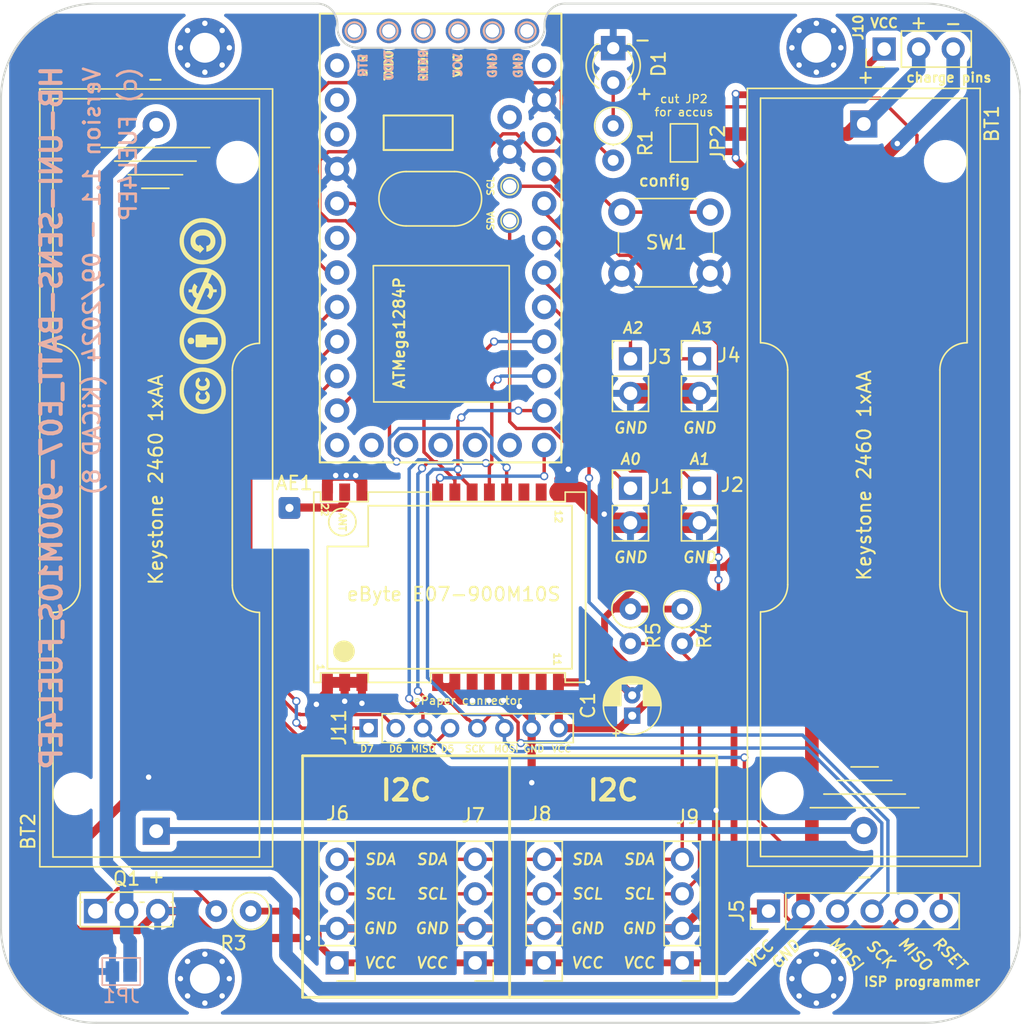
<source format=kicad_pcb>
(kicad_pcb (version 20240108) (generator "pcbnew") (generator_version "8.0")
  (title_block (title "HB-UNI-SEN-BATT_E07-900M10S_FUEL4EP") (date "2024-09-30") (rev "1.1") (company "FUEL4EP"))
  (layers (0 "F.Cu" signal) (31 "B.Cu" signal) (34 "B.Paste" user) (35 "F.Paste" user) (36 "B.SilkS" user "B.Silkscreen") (37 "F.SilkS" user "F.Silkscreen") (38 "B.Mask" user) (39 "F.Mask" user) (44 "Edge.Cuts" user))
  (net 0 "")
  (net 1 "GND")
  (net 2 "Net-(AE1-A)")
  (net 3 "/SS")
  (net 4 "/D2")
  (net 5 "/SCL")
  (net 6 "/SDA")
  (net 7 "/A0")
  (net 8 "/A1")
  (net 9 "/A2")
  (net 10 "/A3")
  (net 11 "/MOSI")
  (net 12 "/SCK")
  (net 13 "/MISO")
  (net 14 "/RSET")
  (net 15 "Net-(D1-A)")
  (net 16 "VCC")
  (net 30 "Net-(Module2-PD4_4)")
  (net 32 "/minusBAT")
  (net 36 "/plusBAT")
  (net 38 "/D5")
  (net 39 "/D6")
  (net 40 "/D7")
  (net 41 "/CONFIG")
  (net 42 "/conBAT")
  (net 49 "Net-(Q1-G)")
  (footprint "LED_THT:LED_D3.0mm" (layer "F.Cu") (at 45.05 -71.72 -90)
    (property "Reference" "D1")
    (property "Value" "LED red 3mm")
  )
  (footprint "Connector_PinHeader_2.54mm:PinHeader_1x02_P2.54mm_Vertical" (layer "F.Cu") (at 46.32 -39.335)
    (property "Reference" "J1")
    (property "Value" "Conn_01x02")
  )
  (footprint "Connector_PinHeader_2.54mm:PinHeader_1x02_P2.54mm_Vertical" (layer "F.Cu") (at 51.4 -39.335)
    (property "Reference" "J2")
    (property "Value" "Conn_01x02")
  )
  (footprint "Connector_PinHeader_2.54mm:PinHeader_1x04_P2.54mm_Vertical" (layer "F.Cu") (at 34.89 -4.41 180)
    (property "Reference" "J7")
    (property "Value" "Conn_01x04")
  )
  (footprint "FUEL4EP:BatteryHolder_Keystone_2460_1xAA" (layer "F.Cu") (at 63.49 -66.14 -90)
    (property "Reference" "BT1")
    (property "Value" "AA")
  )
  (footprint "Connector_PinHeader_2.54mm:PinHeader_1x02_P2.54mm_Vertical" (layer "F.Cu") (at 46.32 -48.86)
    (property "Reference" "J3")
    (property "Value" "Conn_01x02")
  )
  (footprint "Connector_PinHeader_2.54mm:PinHeader_1x02_P2.54mm_Vertical" (layer "F.Cu") (at 51.4 -48.86)
    (property "Reference" "J4")
    (property "Value" "Conn_01x02")
  )
  (footprint "Connector_PinHeader_2.54mm:PinHeader_1x06_P2.54mm_Vertical" (layer "F.Cu") (at 56.48 -8.22 90)
    (property "Reference" "J5")
    (property "Value" "ISP Programmer")
  )
  (footprint "Connector_PinHeader_2.54mm:PinHeader_1x04_P2.54mm_Vertical" (layer "F.Cu") (at 24.73 -4.41 180)
    (property "Reference" "J6")
    (property "Value" "Conn_01x04")
  )
  (footprint "Capacitor_THT:CP_Radial_D4.0mm_P1.50mm" (layer "F.Cu") (at 46.447 -22.5964 90)
    (property "Reference" "C1")
    (property "Value" "10uF")
  )
  (footprint "Resistor_THT:R_Axial_DIN0207_L6.3mm_D2.5mm_P2.54mm_Vertical" (layer "F.Cu") (at 50.13 -30.445 -90)
    (property "Reference" "R4")
    (property "Value" "10K")
  )
  (footprint "Resistor_THT:R_Axial_DIN0207_L6.3mm_D2.5mm_P2.54mm_Vertical" (layer "F.Cu") (at 46.32 -30.445 -90)
    (property "Reference" "R5")
    (property "Value" "10K")
  )
  (footprint "Resistor_THT:R_Axial_DIN0207_L6.3mm_D2.5mm_P2.54mm_Vertical" (layer "F.Cu") (at 45.05 -66.005 -90)
    (property "Reference" "R1")
    (property "Value" "470")
  )
  (footprint "Resistor_THT:R_Axial_DIN0207_L6.3mm_D2.5mm_P2.54mm_Vertical" (layer "F.Cu") (at 18.38 -8.22 180)
    (property "Reference" "R3")
    (property "Value" "100K")
  )
  (footprint "Package_TO_SOT_THT:TO-251-3_Vertical" (layer "F.Cu") (at 6.95 -8.22)
    (property "Reference" "Q1")
    (property "Value" "IRLU024N")
  )
  (footprint "Connector_PinHeader_2.54mm:PinHeader_1x04_P2.54mm_Vertical" (layer "F.Cu") (at 50.13 -4.41 180)
    (property "Reference" "J9")
    (property "Value" "Conn_01x04")
  )
  (footprint "Connector_PinHeader_2.54mm:PinHeader_1x03_P2.54mm_Vertical" (layer "F.Cu") (at 64.989 -71.6565 90)
    (property "Reference" "J10")
    (property "Value" "charge")
  )
  (footprint "FUEL4EP:SolderJumper-2_P1.3mm_Open_Pad1.0x1.5mm" (layer "F.Cu") (at 8.85 -3.775 180)
    (property "Reference" "JP1")
    (property "Value" "NO")
  )
  (footprint "FUEL4EP:Tindie_ArduinoProMiniXL_1284P_V2" (layer "F.Cu") (at 41.24 -41.24 90)
    (property "Reference" "Module2" (hide yes))
    (property "Value" "Tindie_Pro_Mini_XL_V2")
  )
  (footprint "FUEL4EP:eByte_E07-900M10S" (layer "F.Cu") (at 43.018 -39.051 -90)
    (property "Reference" "Module1" (hide yes))
    (property "Value" "E07-900M10S" (hide yes))
  )
  (footprint "Jumper:SolderJumper-2_P1.3mm_Bridged_Pad1.0x1.5mm" (layer "F.Cu") (at 50.257 -64.75 -90)
    (property "Reference" "JP2")
    (property "Value" "cut for accus" (hide yes))
  )
  (footprint "Button_Switch_THT:SW_PUSH_6mm_H5mm" (layer "F.Cu") (at 45.685 -59.655)
    (property "Reference" "SW1")
    (property "Value" "config button")
  )
  (footprint "Connector_PinHeader_2.54mm:PinHeader_1x04_P2.54mm_Vertical" (layer "F.Cu") (at 39.97 -4.41 180)
    (property "Reference" "J8")
    (property "Value" "Conn_01x04")
  )
  (footprint "FUEL4EP:MountingHole_2.2mm_M2_Pad_Via" (layer "F.Cu") (at 60 -71.75)
    (property "Reference" "H2" (hide yes))
    (property "Value" "MountingHole")
  )
  (footprint "FUEL4EP:MountingHole_2.2mm_M2_Pad_Via" (layer "F.Cu") (at 60 -3.25)
    (property "Reference" "H4" (hide yes))
    (property "Value" "MountingHole")
  )
  (footprint "FUEL4EP:MountingHole_2.2mm_M2_Pad_Via" (layer "F.Cu") (at 15 -71.75)
    (property "Reference" "H1" (hide yes))
    (property "Value" "MountingHole")
  )
  (footprint "FUEL4EP:MountingHole_2.2mm_M2_Pad_Via" (layer "F.Cu") (at 15 -3.25)
    (property "Reference" "H3" (hide yes))
    (property "Value" "MountingHole")
  )
  (footprint "FUEL4EP:CC-BY-ND-SA" (layer "F.Cu") (at 14.824 -52 90)
    (property "Reference" "LOGO1" (hide yes))
    (property "Value" "Logo_Open_Hardware_Small" (hide yes))
  )
  (footprint "FUEL4EP:PinPads_1x08_P2.00mm_Vertical" (layer "F.Cu") (at 27.048 -21.682 90)
    (property "Reference" "J11")
    (property "Value" "ePaper connector")
  )
  (footprint "FUEL4EP:BatteryHolder_Keystone_2460_1xAA" (layer "F.Cu") (at 11.42 -14.1 90)
    (property "Reference" "BT2")
    (property "Value" "AA")
  )
  (footprint "FUEL4EP:SolderWire-0.1sqmm_1x01_D0.4mm_OD1mm" (layer "F.Cu") (at 21.2248 -37.8872)
    (property "Reference" "AE1")
    (property "Value" "Antenna")
  )
  (gr_line (start 37.43 -1.87) (end 37.43 -19.65) (stroke (width 0.2)) (layer "F.SilkS"))
  (gr_line (start 22.19 -1.87) (end 37.43 -1.87) (stroke (width 0.2)) (layer "F.SilkS"))
  (gr_line (start 22.19 -19.65) (end 22.19 -1.87) (stroke (width 0.2)) (layer "F.SilkS"))
  (gr_line (start 37.43 -19.65) (end 22.19 -19.65) (stroke (width 0.2)) (layer "F.SilkS"))
  (gr_line (start 37.43 -1.87) (end 52.67 -1.87) (stroke (width 0.2)) (layer "F.SilkS"))
  (gr_line (start 37.43 -19.65) (end 37.43 -1.87) (stroke (width 0.2)) (layer "F.SilkS"))
  (gr_line (start 52.67 -19.65) (end 37.43 -19.65) (stroke (width 0.2)) (layer "F.SilkS"))
  (gr_line (start 52.67 -1.87) (end 52.67 -19.65) (stroke (width 0.2)) (layer "F.SilkS"))
  (gr_arc (start 75 -7) (mid 72.949747 -2.050253) (end 68 0) (stroke (width 0.15)) (layer "Edge.Cuts"))
  (gr_line (start 7 0) (end 68 0) (stroke (width 0.15)) (layer "Edge.Cuts"))
  (gr_line (start 26.25 -71.75) (end 38.5 -71.75) (stroke (width 0.15)) (layer "Edge.Cuts"))
  (gr_line (start 40 -73.5) (end 40 -73.25) (stroke (width 0.15)) (layer "Edge.Cuts"))
  (gr_arc (start 68 -75) (mid 72.949747 -72.949747) (end 75 -68) (stroke (width 0.15)) (layer "Edge.Cuts"))
  (gr_arc (start 26.25 -71.75) (mid 25.18934 -72.18934) (end 24.75 -73.25) (stroke (width 0.15)) (layer "Edge.Cuts"))
  (gr_line (start 75 -7) (end 75 -68) (stroke (width 0.15)) (layer "Edge.Cuts"))
  (gr_line (start 7 -75) (end 23 -75) (stroke (width 0.15)) (layer "Edge.Cuts"))
  (gr_arc (start 40 -73.5) (mid 40.43934 -74.56066) (end 41.5 -75) (stroke (width 0.15)) (layer "Edge.Cuts"))
  (gr_line (start 24.75 -73.5) (end 24.75 -73.25) (stroke (width 0.15)) (layer "Edge.Cuts"))
  (gr_arc (start 40 -73.25) (mid 39.56066 -72.18934) (end 38.5 -71.75) (stroke (width 0.15)) (layer "Edge.Cuts"))
  (gr_line (start 0 -68) (end 0 -7) (stroke (width 0.15)) (layer "Edge.Cuts"))
  (gr_arc (start 23.25 -75) (mid 24.31066 -74.56066) (end 24.75 -73.5) (stroke (width 0.15)) (layer "Edge.Cuts"))
  (gr_arc (start 7 0) (mid 2.050253 -2.050253) (end 0 -7) (stroke (width 0.15)) (layer "Edge.Cuts"))
  (gr_line (start 41.5 -75) (end 68 -75) (stroke (width 0.15)) (layer "Edge.Cuts"))
  (gr_line (start 23 -75) (end 23.25 -75) (stroke (width 0.15)) (layer "Edge.Cuts"))
  (gr_arc (start 0 -68) (mid 2.050253 -72.949747) (end 7 -75) (stroke (width 0.15)) (layer "Edge.Cuts"))
  (gr_text "(c) FUEL4EP\n" (at 9.363 -70.45 90) (layer "B.SilkS") (effects (font (size 1.2 1.2) (thickness 0.2)) (justify left mirror)))
  (gr_text "HB-UNI-SENS-BATT_E07-900M10S_FUEL4EP\n\n" (at 4.918 -70.577 90) (layer "B.SilkS") (effects (font (size 1.5 1.5) (thickness 0.3)) (justify left mirror)))
  (gr_text "Version 1.1 - 09/2024 (KiCAD 8)\n" (at 6.696 -70.45 90) (layer "B.SilkS") (effects (font (size 1.2 1.2) (thickness 0.2)) (justify left mirror)))
  (gr_text "VCC" (at 31.715 -4.41 0) (layer "F.SilkS") (effects (font (size 0.8 0.8) (thickness 0.15) (italic yes))))
  (gr_text "GND" (at 31.715 -6.95 0) (layer "F.SilkS") (effects (font (size 0.8 0.8) (thickness 0.15) (italic yes))))
  (gr_text "SCL" (at 31.715 -9.49 0) (layer "F.SilkS") (effects (font (size 0.8 0.8) (thickness 0.15) (italic yes))))
  (gr_text "SDA" (at 31.715 -12.03 0) (layer "F.SilkS") (effects (font (size 0.8 0.8) (thickness 0.15) (italic yes))))
  (gr_text "SDA" (at 43.145 -12.03 0) (layer "F.SilkS") (effects (font (size 0.8 0.8) (thickness 0.15) (italic yes))))
  (gr_text "SCL" (at 43.145 -9.49 0) (layer "F.SilkS") (effects (font (size 0.8 0.8) (thickness 0.15) (italic yes))))
  (gr_text "GND" (at 43.145 -6.95 0) (layer "F.SilkS") (effects (font (size 0.8 0.8) (thickness 0.15) (italic yes))))
  (gr_text "MISO" (at 67.275 -5.045 315) (layer "F.SilkS") (effects (font (size 0.8 0.8) (thickness 0.15) (italic yes))))
  (gr_text "SCL" (at 27.905 -9.49 0) (layer "F.SilkS") (effects (font (size 0.8 0.8) (thickness 0.15) (italic yes))))
  (gr_text "ePaper connector" (at 34.3566 -23.714 0) (layer "F.SilkS") (effects (font (size 0.6 0.6) (thickness 0.1))))
  (gr_text "VCC" (at 64.989 -73.5615 0) (layer "F.SilkS") (effects (font (size 0.7 0.7))))
  (gr_text "VCC" (at 43.145 -4.41 0) (layer "F.SilkS") (effects (font (size 0.8 0.8) (thickness 0.15) (italic yes))))
  (gr_text "+\n" (at 67.529 -73.625 0) (layer "F.SilkS") (effects (font (size 1 1))))
  (gr_text "-\n" (at 47.209 -72.355 0) (layer "F.SilkS") (effects (font (size 1 1))))
  (gr_text "A1" (at 51.4 -41.48 0) (layer "F.SilkS") (effects (font (size 0.8 0.8) (thickness 0.15) (italic yes))))
  (gr_text "SDA" (at 46.955 -12.03 0) (layer "F.SilkS") (effects (font (size 0.8 0.8) (thickness 0.15) (italic yes))))
  (gr_text "MISO" (at 31.08 -20.158 0) (layer "F.SilkS") (effects (font (size 0.5 0.5) (thickness 0.1))))
  (gr_text "cut JP2\nfor accus" (at 50.25 -67.5 0) (layer "F.SilkS") (effects (font (size 0.6 0.6) (thickness 0.1))))
  (gr_text "MOSI" (at 37.176 -20.158 0) (layer "F.SilkS") (effects (font (size 0.5 0.5) (thickness 0.1))))
  (gr_text "+" (at 47.336 -68.418 0) (layer "F.SilkS") (effects (font (size 1 1))))
  (gr_text "charge pins" (at 69.7515 -69.561 0) (layer "F.SilkS") (effects (font (size 0.7 0.7))))
  (gr_text "SCK" (at 64.735 -5.045 315) (layer "F.SilkS") (effects (font (size 0.8 0.8) (thickness 0.15) (italic yes))))
  (gr_text "VCC" (at 46.955 -4.41 0) (layer "F.SilkS") (effects (font (size 0.8 0.8) (thickness 0.15) (italic yes))))
  (gr_text "D6" (at 29.048 -20.158 0) (layer "F.SilkS") (effects (font (size 0.5 0.5) (thickness 0.1))))
  (gr_text "GND" (at 46.32 -34.255 0) (layer "F.SilkS") (effects (font (size 0.8 0.8) (thickness 0.15) (italic yes))))
  (gr_text "-\n" (at 70.069 -73.5615 0) (layer "F.SilkS") (effects (font (size 1 1))))
  (gr_text "D7" (at 26.9271 -20.158 0) (layer "F.SilkS") (effects (font (size 0.5 0.5) (thickness 0.1))))
  (gr_text "RSET" (at 69.815 -5.045 315) (layer "F.SilkS") (effects (font (size 0.8 0.8) (thickness 0.15) (italic yes))))
  (gr_text "GND" (at 27.905 -6.95 0) (layer "F.SilkS") (effects (font (size 0.8 0.8) (thickness 0.15) (italic yes))))
  (gr_text "GND" (at 46.955 -6.95 0) (layer "F.SilkS") (effects (font (size 0.8 0.8) (thickness 0.15) (italic yes))))
  (gr_text "GND" (at 46.32 -43.78 0) (layer "F.SilkS") (effects (font (size 0.8 0.8) (thickness 0.15) (italic yes))))
  (gr_text "A0" (at 46.32 -41.48 0) (layer "F.SilkS") (effects (font (size 0.8 0.8) (thickness 0.15) (italic yes))))
  (gr_text "GND" (at 39.208 -20.158 0) (layer "F.SilkS") (effects (font (size 0.5 0.5) (thickness 0.1))))
  (gr_text "VCC" (at 41.24 -20.158 0) (layer "F.SilkS") (effects (font (size 0.5 0.5) (thickness 0.1))))
  (gr_text "GND" (at 51.4 -34.255 0) (layer "F.SilkS") (effects (font (size 0.8 0.8) (thickness 0.15) (italic yes))))
  (gr_text "SDA" (at 27.905 -12.03 0) (layer "F.SilkS") (effects (font (size 0.8 0.8) (thickness 0.15) (italic yes))))
  (gr_text "VCC" (at 27.905 -4.41 0) (layer "F.SilkS") (effects (font (size 0.8 0.8) (thickness 0.15) (italic yes))))
  (gr_text "SCK" (at 34.89 -20.158 0) (layer "F.SilkS") (effects (font (size 0.5 0.5) (thickness 0.1))))
  (gr_text "GND" (at 51.4 -43.78 0) (layer "F.SilkS") (effects (font (size 0.8 0.8) (thickness 0.15) (italic yes))))
  (gr_text "A3" (at 51.54 -51.1 0) (layer "F.SilkS") (effects (font (size 0.8 0.8) (thickness 0.15) (italic yes))))
  (gr_text "SCL" (at 46.955 -9.49 0) (layer "F.SilkS") (effects (font (size 0.8 0.8) (thickness 0.15) (italic yes))))
  (gr_text "MOSI" (at 62.195 -5.045 315) (layer "F.SilkS") (effects (font (size 0.8 0.8) (thickness 0.15) (italic yes))))
  (gr_text "A2" (at 46.49 -51.13 0) (layer "F.SilkS") (effects (font (size 0.8 0.8) (thickness 0.15) (italic yes))))
  (gr_text "D5" (at 32.858 -20.158 0) (layer "F.SilkS") (effects (font (size 0.5 0.5) (thickness 0.1))))
  (gr_text "config" (at 48.8346 -61.9664 0) (layer "F.SilkS") (effects (font (size 0.8128 0.8128) (thickness 0.1524))))
  (gr_text "I2C" (at 45.05 -17.11 0) (layer "F.SilkS") (effects (font (size 1.5 1.5) (thickness 0.3))))
  (gr_text "I2C" (at 29.81 -17.11 0) (layer "F.SilkS") (effects (font (size 1.5 1.5) (thickness 0.3))))
  (gr_text "ISP programmer" (at 67.783 -3.0257 0) (layer "F.SilkS") (effects (font (size 0.7 0.7))))
  (gr_text "GND" (at 57.75 -5.045 45) (layer "F.SilkS") (effects (font (size 0.8 0.8) (thickness 0.15) (italic yes))))
  (gr_text "VCC" (at 55.845 -5.045 45) (layer "F.SilkS") (effects (font (size 0.8 0.8) (thickness 0.15) (italic yes))))
  (segment (start 46.32 -36.795) (end 44.8214 -36.795) (width 1.5) (layer "F.Cu") (net 1))
  (segment (start 41.018 -39.051) (end 41.018 -40.002) (width 0.6) (layer "F.Cu") (net 1))
  (segment (start 32.4744 -24.7046) (end 32.128 -25.051) (width 0.6) (layer "F.Cu") (net 1))
  (segment (start 32.824192 -24.7046) (end 33.814792 -23.714) (width 0.6) (layer "F.Cu") (net 1))
  (segment (start 34.89 -6.95) (end 39.97 -6.95) (width 0.6) (layer "F.Cu") (net 1))
  (segment (start 50.13 -6.95) (end 52.6192 -9.4392) (width 0.6) (layer "F.Cu") (net 1))
  (segment (start 24.018 -25.051) (end 24.018 -24.2466) (width 0.8) (layer "F.Cu") (net 1))
  (segment (start 26.558 -39.829298) (end 26.101798 -40.2855) (width 0.8) (layer "F.Cu") (net 1))
  (segment (start 4.1052 -12.9952) (end 5.7816 -12.9952) (width 0.6) (layer "F.Cu") (net 1))
  (segment (start 10.13 -6.82) (end 5.59125 -6.82) (width 0.6) (layer "F.Cu") (net 1))
  (segment (start 24.018 -39.051) (end 24.018 -40.016) (width 0.8) (layer "F.Cu") (net 1))
  (segment (start 25.288 -25.051) (end 24.018 -25.051) (width 0.8) (layer "F.Cu") (net 1))
  (segment (start 26.558 -25.051) (end 25.288 -25.051) (width 0.8) (layer "F.Cu") (net 1))
  (segment (start 4.1052 -8.30605) (end 4.1052 -12.9952) (width 0.6) (layer "F.Cu") (net 1))
  (segment (start 44.8214 -36.795) (end 42.5654 -39.051) (width 1.5) (layer "F.Cu") (net 1))
  (segment (start 38.1412 -23.2822) (end 39.048 -22.3754) (width 0.6) (layer "F.Cu") (net 1))
  (segment (start 26.558 -39.051) (end 26.558 -39.829298) (width 0.8) (layer "F.Cu") (net 1))
  (segment (start 39.97 -6.95) (end 50.13 -6.95) (width 0.6) (layer "F.Cu") (net 1))
  (segment (start 13.848377 -8.22) (end 15.829577 -6.2388) (width 0.6) (layer "F.Cu") (net 1))
  (segment (start 39.048 -17.6764) (end 39.0556 -17.6688) (width 0.6) (layer "F.Cu") (net 1))
  (segment (start 39.048 -22.3754) (end 39.048 -21.682) (width 0.6) (layer "F.Cu") (net 1))
  (segment (start 26.558 -23.5116) (end 26.5588 -23.5108) (width 0.6) (layer "F.Cu") (net 1))
  (segment (start 24.018 -24.2466) (end 23.206 -23.4346) (width 0.8) (layer "F.Cu") (net 1))
  (segment (start 32.824192 -24.7046) (end 33.0516 -24.7046) (width 0.6) (layer "F.Cu") (net 1))
  (segment (start 25.288 -25.051) (end 25.288 -23.664) (width 0.6) (layer "F.Cu") (net 1))
  (segment (start 33.0516 -24.7046) (end 33.398 -25.051) (width 0.6) (layer "F.Cu") (net 1))
  (segment (start 26.558 -25.051) (end 26.558 -23.5116) (width 0.6) (layer "F.Cu") (net 1))
  (segment (start 32.824192 -24.7046) (end 32.4744 -24.7046) (width 0.6) (layer "F.Cu") (net 1))
  (segment (start 39.048 -21.682) (end 39.048 -17.6764) (width 0.6) (layer "F.Cu") (net 1))
  (segment (start 46.32 -36.795) (end 51.4 -36.795) (width 1.5) (layer "F.Cu") (net 1))
  (segment (start 5.7816 -12.9952) (end 10.8616 -18.0752) (width 0.6) (layer "F.Cu") (net 1))
  (segment (start 24.2875 -40.2855) (end 25.209002 -40.2855) (width 0.8) (layer "F.Cu") (net 1))
  (segment (start 42.5654 -39.051) (end 41.0975 -39.051) (width 1.5) (layer "F.Cu") (net 1))
  (segment (start 11.53 -8.22) (end 10.13 -6.82) (width 0.6) (layer "F.Cu") (net 1))
  (segment (start 11.53 -8.22) (end 13.848377 -8.22) (width 0.6) (layer "F.Cu") (net 1))
  (segment (start 25.288 -23.664) (end 25.2888 -23.6632) (width 0.6) (layer "F.Cu") (net 1))
  (segment (start 37.7094 -23.714) (end 38.1412 -23.2822) (width 0.6) (layer "F.Cu") (net 1))
  (segment (start 5.59125 -6.82) (end 4.1052 -8.30605) (width 0.6) (layer "F.Cu") (net 1))
  (segment (start 26.101798 -40.2855) (end 25.408998 -40.2855) (width 0.8) (layer "F.Cu") (net 1))
  (segment (start 46.32 -46.32) (end 51.4 -46.32) (width 1.5) (layer "F.Cu") (net 1))
  (segment (start 33.814792 -23.714) (end 37.7094 -23.714) (width 0.6) (layer "F.Cu") (net 1))
  (segment (start 41.018 -40.002) (end 41.748 -40.732) (width 0.6) (layer "F.Cu") (net 1))
  (segment (start 24.018 -40.016) (end 24.2875 -40.2855) (width 0.8) (layer "F.Cu") (net 1))
  (segment (start 15.829577 -6.2388) (end 22.5964 -6.2388) (width 0.6) (layer "F.Cu") (net 1))
  (segment (start 52.6192 -9.4392) (end 52.6192 -15.6368) (width 0.6) (layer "F.Cu") (net 1))
  (segment (start 41.018 -25.051) (end 45.4924 -25.051) (width 0.6) (layer "F.Cu") (net 1))
  (segment (start 24.73 -6.95) (end 34.89 -6.95) (width 0.6) (layer "F.Cu") (net 1))
  (segment (start 45.4924 -25.051) (end 46.447 -24.0964) (width 0.6) (layer "F.Cu") (net 1))
  (via (at 10.8616 -18.0752) (size 0.6) (drill 0.4) (layers "F.Cu" "B.Cu") (net 1))
  (via (at 41.748 -40.732) (size 0.6) (drill 0.4) (layers "F.Cu" "B.Cu") (net 1))
  (via (at 26.1016 -40.2748) (size 0.6) (drill 0.4) (layers "F.Cu" "B.Cu") (net 1))
  (via (at 52.6192 -15.6368) (size 0.6) (drill 0.4) (layers "F.Cu" "B.Cu") (net 1))
  (via (at 22.5964 -6.2388) (size 0.6) (drill 0.4) (layers "F.Cu" "B.Cu") (net 1))
  (via (at 25.408998 -40.2855) (size 0.6) (drill 0.4) (layers "F.Cu" "B.Cu") (net 1))
  (via (at 26.5588 -23.5108) (size 0.6) (drill 0.4) (layers "F.Cu" "B.Cu") (net 1))
  (via (at 34.6868 -23.714) (size 0.6) (drill 0.4) (layers "F.Cu" "B.Cu") (net 1))
  (via (at 25.2888 -23.6632) (size 0.6) (drill 0.4) (layers "F.Cu" "B.Cu") (net 1))
  (via (at 35.906 -23.714) (size 0.6) (drill 0.4) (layers "F.Cu" "B.Cu") (net 1))
  (via (at 36.9728 -23.714) (size 0.6) (drill 0.4) (layers "F.Cu" "B.Cu") (net 1))
  (via (at 44.3896 -37.43) (size 0.6) (drill 0.4) (layers "F.Cu" "B.Cu") (net 1))
  (via (at 43.1704 -25.0348) (size 0.6) (drill 0.4) (layers "F.Cu" "B.Cu") (net 1))
  (via (at 24.6284 -40.2748) (size 0.6) (drill 0.4) (layers "F.Cu" "B.Cu") (net 1))
  (via (at 38.1412 -23.2822) (size 0.6) (drill 0.4) (layers "F.Cu" "B.Cu") (net 1))
  (via (at 39.0556 -17.6688) (size 0.6) (drill 0.4) (layers "F.Cu" "B.Cu") (net 1))
  (via (at 23.206 -23.4346) (size 0.6) (drill 0.4) (layers "F.Cu" "B.Cu") (net 1))
  (segment (start 25.288 -38.286) (end 24.918 -37.916) (width 0.6) (layer "F.Cu") (net 2))
  (segment (start 25.288 -39.051) (end 25.288 -38.286) (width 0.6) (layer "F.Cu") (net 2))
  (segment (start 24.918 -37.916) (end 21.323 -37.916) (width 0.6) (layer "F.Cu") (net 2))
  (segment (start 39.97 -40.224) (end 39.97 -42.51) (width 0.25) (layer "F.Cu") (net 3))
  (segment (start 32.128 -39.081) (end 32.128 -39.929674) (width 0.25) (layer "F.Cu") (net 3))
  (segment (start 32.128 -39.929674) (end 32.305826 -40.1075) (width 0.25) (layer "F.Cu") (net 3))
  (via (at 39.97 -40.224) (size 0.6) (drill 0.4) (layers "F.Cu" "B.Cu") (net 3))
  (via (at 32.305826 -40.1075) (size 0.6) (drill 0.4) (layers "F.Cu" "B.Cu") (net 3))
  (segment (start 33.995177 -40.224) (end 33.878677 -40.1075) (width 0.25) (layer "B.Cu") (net 3))
  (segment (start 33.878677 -40.1075) (end 32.305826 -40.1075) (width 0.25) (layer "B.Cu") (net 3))
  (segment (start 39.97 -40.224) (end 33.995177 -40.224) (width 0.25) (layer "B.Cu") (net 3))
  (segment (start 28.585 -57.707792) (end 26.002792 -60.29) (width 0.25) (layer "F.Cu") (net 4))
  (segment (start 28.585 -41.822632) (end 28.585 -57.707792) (width 0.25) (layer "F.Cu") (net 4))
  (segment (start 37.208 -40.7) (end 37.176 -40.732) (width 0.25) (layer "F.Cu") (net 4))
  (segment (start 29.108798 -41.298834) (end 28.585 -41.822632) (width 0.25) (layer "F.Cu") (net 4))
  (segment (start 37.176 -40.732) (end 37.208 -40.764) (width 0.25) (layer "F.Cu") (net 4))
  (segment (start 26.002792 -60.29) (end 24.73 -60.29) (width 0.25) (layer "F.Cu") (net 4))
  (segment (start 37.208 -40.764) (end 37.208 -40.859) (width 0.25) (layer "F.Cu") (net 4))
  (segment (start 37.208 -39.081) (end 37.208 -40.7) (width 0.25) (layer "F.Cu") (net 4))
  (via (at 29.108798 -41.298834) (size 0.6) (drill 0.4) (layers "F.Cu" "B.Cu") (net 4))
  (via (at 37.208 -40.859) (size 0.6) (drill 0.4) (layers "F.Cu" "B.Cu") (net 4))
  (segment (start 35.397412 -43.735) (end 36.115 -43.017412) (width 0.25) (layer "B.Cu") (net 4))
  (segment (start 29.302588 -43.735) (end 35.397412 -43.735) (width 0.25) (layer "B.Cu") (net 4))
  (segment (start 36.115 -41.952) (end 37.208 -40.859) (width 0.25) (layer "B.Cu") (net 4))
  (segment (start 28.585 -43.017412) (end 29.302588 -43.735) (width 0.25) (layer "B.Cu") (net 4))
  (segment (start 29.108798 -41.298834) (end 28.585 -41.822632) (width 0.25) (layer "B.Cu") (net 4))
  (segment (start 36.115 -43.017412) (end 36.115 -41.952) (width 0.25) (layer "B.Cu") (net 4))
  (segment (start 28.585 -41.822632) (end 28.585 -43.017412) (width 0.25) (layer "B.Cu") (net 4))
  (segment (start 34.89 -9.49) (end 39.97 -9.49) (width 0.25) (layer "F.Cu") (net 5))
  (segment (start 39.97 -9.49) (end 50.13 -9.49) (width 0.25) (layer "F.Cu") (net 5))
  (segment (start 51.4 -26) (end 51.4 -10.76) (width 0.25) (layer "F.Cu") (net 5))
  (segment (start 50.13 -27.27) (end 51.4 -26) (width 0.25) (layer "F.Cu") (net 5))
  (segment (start 50.765 -10.125) (end 51.4 -10.76) (width 0.25) (layer "F.Cu") (net 5))
  (segment (start 45.512412 -56.48) (end 46.233833 -56.48) (width 0.25) (layer "F.Cu") (net 5))
  (segment (start 46.233833 -56.48) (end 52.797 -49.916833) (width 0.25) (layer "F.Cu") (net 5))
  (segment (start 52.797 -30.572) (end 50.13 -27.905) (width 0.25) (layer "F.Cu") (net 5))
  (segment (start 52.797 -49.916833) (end 52.797 -34.255) (width 0.25) (layer "F.Cu") (net 5))
  (segment (start 52.797 -32.604) (end 52.797 -30.572) (width 0.25) (layer "F.Cu") (net 5))
  (segment (start 37.43 -61.56) (end 40.432412 -61.56) (width 0.25) (layer "F.Cu") (net 5))
  (segment (start 24.73 -9.49) (end 34.89 -9.49) (width 0.25) (layer "F.Cu") (net 5))
  (segment (start 50.13 -9.49) (end 50.765 -10.125) (width 0.25) (layer "F.Cu") (net 5))
  (segment (start 40.432412 -61.56) (end 45.512412 -56.48) (width 0.25) (layer "F.Cu") (net 5))
  (via (at 52.797 -32.604) (size 0.6) (drill 0.4) (layers "F.Cu" "B.Cu") (net 5))
  (via (at 52.797 -34.255) (size 0.6) (drill 0.4) (layers "F.Cu" "B.Cu") (net 5))
  (segment (start 52.797 -34.255) (end 52.797 -32.604) (width 0.25) (layer "B.Cu") (net 5))
  (segment (start 39.97 -12.03) (end 50.13 -12.03) (width 0.25) (layer "F.Cu") (net 6))
  (segment (start 48.225 -27.905) (end 50.13 -26) (width 0.25) (layer "F.Cu") (net 6))
  (segment (start 34.89 -12.03) (end 39.97 -12.03) (width 0.25) (layer "F.Cu") (net 6))
  (segment (start 24.73 -12.03) (end 34.89 -12.03) (width 0.25) (layer "F.Cu") (net 6))
  (segment (start 37.43 -44.242412) (end 37.937412 -43.735) (width 0.25) (layer "F.Cu") (net 6))
  (segment (start 37.937412 -43.735) (end 40.477412 -43.735) (width 0.25) (layer "F.Cu") (net 6))
  (segment (start 46.32 -27.905) (end 48.225 -27.905) (width 0.25) (layer "F.Cu") (net 6))
  (segment (start 50.13 -12.03) (end 50.13 -26) (width 0.25) (layer "F.Cu") (net 6))
  (segment (start 43.271816 -40.940596) (end 43.271816 -40.081645) (width 0.25) (layer "F.Cu") (net 6))
  (segment (start 37.43 -59.02) (end 37.43 -44.242412) (width 0.25) (layer "F.Cu") (net 6))
  (segment (start 40.477412 -43.735) (end 43.271816 -40.940596) (width 0.25) (layer "F.Cu") (net 6))
  (via (at 43.271816 -40.081645) (size 0.6) (drill 0.4) (layers "F.Cu" "B.Cu") (net 6))
  (segment (start 43.271816 -30.953184) (end 43.271816 -40.081645) (width 0.25) (layer "B.Cu") (net 6))
  (segment (start 46.32 -27.905) (end 43.271816 -30.953184) (width 0.25) (layer "B.Cu") (net 6))
  (segment (start 41.875 -43.78) (end 46.32 -39.335) (width 0.25) (layer "F.Cu") (net 7))
  (segment (start 41.875 -51.4) (end 41.875 -43.78) (width 0.25) (layer "F.Cu") (net 7))
  (segment (start 41.875 -51.4) (end 40.605 -52.67) (width 0.25) (layer "F.Cu") (net 7))
  (segment (start 42.51 -44.415) (end 46.32 -40.605) (width 0.25) (layer "F.Cu") (net 8))
  (segment (start 46.32 -40.605) (end 50.13 -40.605) (width 0.25) (layer "F.Cu") (net 8))
  (segment (start 50.13 -40.605) (end 51.4 -39.335) (width 0.25) (layer "F.Cu") (net 8))
  (segment (start 42.51 -52.035) (end 39.97 -54.575) (width 0.25) (layer "F.Cu") (net 8))
  (segment (start 42.51 -52.035) (end 42.51 -44.415) (width 0.25) (layer "F.Cu") (net 8))
  (segment (start 41.875 -55.21) (end 46.32 -50.765) (width 0.25) (layer "F.Cu") (net 9))
  (segment (start 46.32 -50.765) (end 46.32 -48.86) (width 0.25) (layer "F.Cu") (net 9))
  (segment (start 40.605 -57.75) (end 41.875 -56.48) (width 0.25) (layer "F.Cu") (net 9))
  (segment (start 41.875 -56.48) (end 41.875 -55.21) (width 0.25) (layer "F.Cu") (net 9))
  (segment (start 42.51 -57.115) (end 39.97 -59.655) (width 0.25) (layer "F.Cu") (net 10))
  (segment (start 42.51 -55.845) (end 49.495 -48.86) (width 0.25) (layer "F.Cu") (net 10))
  (segment (start 49.495 -48.86) (end 51.4 -48.86) (width 0.25) (layer "F.Cu") (net 10))
  (segment (start 42.51 -57.115) (end 42.51 -55.845) (width 0.25) (layer "F.Cu") (net 10))
  (segment (start 39.97 -45.05) (end 38.065 -45.05) (width 0.25) (layer "F.Cu") (net 11))
  (segment (start 33.62 -44.288) (end 33.874 -44.542) (width 0.25) (layer "F.Cu") (net 11))
  (segment (start 34.668 -39.316) (end 33.62 -40.364) (width 0.25) (layer "F.Cu") (net 11))
  (segment (start 33.62 -40.364) (end 33.62 -44.288) (width 0.25) (layer "F.Cu") (net 11))
  (via (at 38.065 -45.05) (size 0.6) (drill 0.4) (layers "F.Cu" "B.Cu") (net 11))
  (via (at 33.874 -44.542) (size 0.6) (drill 0.4) (layers "F.Cu" "B.Cu") (net 11))
  (via (at 33.62 -40.732) (size 0.6) (drill 0.4) (layers "F.Cu" "B.Cu") (net 11))
  (segment (start 64.815 -14.698833) (end 59.297334 -20.216499) (width 0.25) (layer "B.Cu") (net 11))
  (segment (start 31.3848 -40.3002) (end 31.8166 -40.732) (width 0.25) (layer "B.Cu") (net 11))
  (segment (start 37.814644 -19.960762) (end 37.048 -20.727406) (width 0.25) (layer "B.Cu") (net 11))
  (segment (start 36.9017 -22.3297) (end 36.5494 -22.682) (width 0.25) (layer "B.Cu") (net 11))
  (segment (start 31.3848 -25.395104) (end 31.3848 -40.3002) (width 0.25) (layer "B.Cu") (net 11))
  (segment (start 59.297334 -20.216499) (end 38.767809 -20.216499) (width 0.25) (layer "B.Cu") (net 11))
  (segment (start 38.065 -45.05) (end 34.382 -45.05) (width 0.25) (layer "B.Cu") (net 11))
  (segment (start 34.097904 -22.682) (end 31.3848 -25.395104) (width 0.25) (layer "B.Cu") (net 11))
  (segment (start 61.56 -8.22) (end 64.815 -11.475) (width 0.25) (layer "B.Cu") (net 11))
  (segment (start 37.048 -20.727406) (end 37.048 -21.682) (width 0.25) (layer "B.Cu") (net 11))
  (segment (start 38.512072 -19.960762) (end 37.814644 -19.960762) (width 0.25) (layer "B.Cu") (net 11))
  (segment (start 33.747 -44.415) (end 33.874 -44.542) (width 0.25) (layer "B.Cu") (net 11))
  (segment (start 34.382 -45.05) (end 33.747 -44.415) (width 0.25) (layer "B.Cu") (net 11))
  (segment (start 36.5494 -22.682) (end 34.097904 -22.682) (width 0.25) (layer "B.Cu") (net 11))
  (segment (start 64.815 -11.475) (end 64.815 -14.698833) (width 0.25) (layer "B.Cu") (net 11))
  (segment (start 38.767809 -20.216499) (end 38.512072 -19.960762) (width 0.25) (layer "B.Cu") (net 11))
  (segment (start 31.8166 -40.732) (end 33.62 -40.732) (width 0.25) (layer "B.Cu") (net 11))
  (segment (start 31.842588 -41.285) (end 31.125 -42.002588) (width 0.25) (layer "F.Cu") (net 12))
  (segment (start 31.4552 -41.285) (end 31.842588 -41.285) (width 0.25) (layer "F.Cu") (net 12))
  (segment (start 31.125 -44.968) (end 36.287 -50.13) (width 0.25) (layer "F.Cu") (net 12))
  (segment (start 34.4003 -22.3297) (end 34.315914 -22.3297) (width 0.25) (layer "F.Cu") (net 12))
  (segment (start 30.9784 -40.8082) (end 31.4552 -41.285) (width 0.25) (layer "F.Cu") (net 12))
  (segment (start 31.5808 -23.518) (end 30.6736 -24.4252) (width 0.25) (layer "F.Cu") (net 12))
  (segment (start 38.048 -22.096214) (end 38.048 -20.785762) (width 0.25) (layer "F.Cu") (net 12))
  (segment (start 35.048 -21.682) (end 36.048 -22.682) (width 0.25) (layer "F.Cu") (net 12))
  (segment (start 33.398 -38.605) (end 33.398 -39.938) (width 0.25) (layer "F.Cu") (net 12))
  (segment (start 32.051 -41.285) (end 31.842588 -41.285) (width 0.25) (layer "F.Cu") (net 12))
  (segment (start 31.125 -42.002588) (end 31.125 -44.968) (width 0.25) (layer "F.Cu") (net 12))
  (segment (start 36.048 -22.682) (end 37.462214 -22.682) (width 0.25) (layer "F.Cu") (net 12))
  (segment (start 38.048 -20.785762) (end 38.2485 -20.585262) (width 0.25) (layer "F.Cu") (net 12))
  (segment (start 33.127614 -23.518) (end 31.5808 -23.518) (width 0.25) (layer "F.Cu") (net 12))
  (segment (start 35.048 -21.682) (end 34.4003 -22.3297) (width 0.25) (layer "F.Cu") (net 12))
  (segment (start 33.398 -39.938) (end 32.051 -41.285) (width 0.25) (layer "F.Cu") (net 12))
  (segment (start 34.315914 -22.3297) (end 33.127614 -23.518) (width 0.25) (layer "F.Cu") (net 12))
  (segment (start 37.462214 -22.682) (end 38.048 -22.096214) (width 0.25) (layer "F.Cu") (net 12))
  (via (at 30.9784 -40.8082) (size 0.6) (drill 0.4) (layers "F.Cu" "B.Cu") (net 12))
  (via (at 30.6736 -24.4252) (size 0.6) (drill 0.4) (layers "F.Cu" "B.Cu") (net 12))
  (via (at 38.2485 -20.585262) (size 0.6) (drill 0.4) (layers "F.Cu" "B.Cu") (net 12))
  (via (at 36.287 -50.13) (size 0.6) (drill 0.4) (layers "F.Cu" "B.Cu") (net 12))
  (segment (start 30.6736 -24.4252) (end 30.6736 -40.3764) (width 0.25) (layer "B.Cu") (net 12))
  (segment (start 38.329238 -20.666) (end 38.2485 -20.585262) (width 0.25) (layer "B.Cu") (net 12))
  (segment (start 65.265 -9.385) (end 65.265 -14.885229) (width 0.25) (layer "B.Cu") (net 12))
  (segment (start 58.976229 -21.174) (end 41.954214 -21.174) (width 0.25) (layer "B.Cu") (net 12))
  (segment (start 65.265 -14.885229) (end 58.976229 -21.174) (width 0.25) (layer "B.Cu") (net 12))
  (segment (start 30.6736 -40.3764) (end 30.9784 -40.6812) (width 0.25) (layer "B.Cu") (net 12))
  (segment (start 41.954214 -21.174) (end 41.446214 -20.666) (width 0.25) (layer "B.Cu") (net 12))
  (segment (start 41.446214 -20.666) (end 38.329238 -20.666) (width 0.25) (layer "B.Cu") (net 12))
  (segment (start 64.1 -8.22) (end 65.265 -9.385) (width 0.25) (layer "B.Cu") (net 12))
  (segment (start 36.287 -50.13) (end 39.97 -50.13) (width 0.25) (layer "B.Cu") (net 12))
  (segment (start 30.9784 -40.6812) (end 30.9784 -40.8082) (width 0.25) (layer "B.Cu") (net 12))
  (segment (start 36.115 -41.158) (end 36.115 -46.91) (width 0.25) (layer "F.Cu") (net 13))
  (segment (start 36.115 -41.158) (end 35.7086 -41.158) (width 0.25) (layer "F.Cu") (net 13))
  (segment (start 31.048 -22.73) (end 31.048 -21.682) (width 0.25) (layer "F.Cu") (net 13))
  (segment (start 58.533299 -7.045) (end 57.740001 -7.838298) (width 0.25) (layer "F.Cu") (net 13))
  (segment (start 54.702 -15.967) (end 54.702 -19.523) (width 0.25) (layer "F.Cu") (net 13))
  (segment (start 35.938 -40.981) (end 35.938 -39.051) (width 0.25) (layer "F.Cu") (net 13))
  (segment (start 30.0386 -23.8664) (end 30.0386 -23.7394) (width 0.25) (layer "F.Cu") (net 13))
  (segment (start 57.740001 -12.928999) (end 54.702 -15.967) (width 0.25) (layer "F.Cu") (net 13))
  (segment (start 35.7086 -41.158) (end 35.6774 -41.1892) (width 0.25) (layer "F.Cu") (net 13))
  (segment (start 36.115 -41.158) (end 35.938 -40.981) (width 0.25) (layer "F.Cu") (net 13))
  (segment (start 57.740001 -7.838298) (end 57.740001 -12.928999) (width 0.25) (layer "F.Cu") (net 13))
  (segment (start 66.64 -8.22) (end 65.465 -7.045) (width 0.25) (layer "F.Cu") (net 13))
  (segment (start 30.0386 -23.7394) (end 31.048 -22.73) (width 0.25) (layer "F.Cu") (net 13))
  (segment (start 36.115 -46.91) (end 36.541 -47.336) (width 0.25) (layer "F.Cu") (net 13))
  (segment (start 65.465 -7.045) (end 58.533299 -7.045) (width 0.25) (layer "F.Cu") (net 13))
  (via (at 35.6774 -41.1892) (size 0.6) (drill 0.4) (layers "F.Cu" "B.Cu") (net 13))
  (via (at 54.702 -19.523) (size 0.6) (drill 0.4) (layers "F.Cu" "B.Cu") (net 13))
  (via (at 30.0386 -23.8664) (size 0.6) (drill 0.4) (layers "F.Cu" "B.Cu") (net 13))
  (via (at 36.541 -47.336) (size 0.6) (drill 0.4) (layers "F.Cu" "B.Cu") (net 13))
  (segment (start 35.6774 -41.1892) (end 34.045977 -41.1892) (width 0.25) (layer "B.Cu") (net 13))
  (segment (start 33.361323 -41.3565) (end 33.208923 -41.2041) (width 0.25) (layer "B.Cu") (net 13))
  (segment (start 33.218739 -19.511261) (end 31.048 -21.682) (width 0.25) (layer "B.Cu") (net 13))
  (segment (start 36.541 -47.336) (end 36.795 -47.59) (width 0.25) (layer "B.Cu") (net 13))
  (segment (start 36.795 -47.59) (end 39.97 -47.59) (width 0.25) (layer "B.Cu") (net 13))
  (segment (start 30.0386 -40.751577) (end 30.0386 -23.8664) (width 0.25) (layer "B.Cu") (net 13))
  (segment (start 33.208923 -41.2041) (end 31.465677 -41.2041) (width 0.25) (layer "B.Cu") (net 13))
  (segment (start 38.698261 -19.511261) (end 33.218739 -19.511261) (width 0.25) (layer "B.Cu") (net 13))
  (segment (start 38.71 -19.523) (end 38.698261 -19.511261) (width 0.25) (layer "B.Cu") (net 13))
  (segment (start 34.045977 -41.1892) (end 33.878677 -41.3565) (width 0.25) (layer "B.Cu") (net 13))
  (segment (start 31.465677 -41.2041) (end 31.237077 -41.4327) (width 0.25) (layer "B.Cu") (net 13))
  (segment (start 30.719723 -41.4327) (end 30.0386 -40.751577) (width 0.25) (layer "B.Cu") (net 13))
  (segment (start 31.237077 -41.4327) (end 30.719723 -41.4327) (width 0.25) (layer "B.Cu") (net 13))
  (segment (start 54.702 -19.523) (end 38.71 -19.523) (width 0.25) (layer "B.Cu") (net 13))
  (segment (start 33.878677 -41.3565) (end 33.361323 -41.3565) (width 0.25) (layer "B.Cu") (net 13))
  (segment (start 64.6715 -68.037) (end 62.449 -68.037) (width 0.25) (layer "F.Cu") (net 14))
  (segment (start 69.18 -8.22) (end 69.18 -31.7531) (width 0.25) (layer "F.Cu") (net 14))
  (segment (start 61.814 -67.402) (end 48.225 -67.402) (width 0.25) (layer "F.Cu") (net 14))
  (segment (start 47.336 -61.56) (end 44.415 -61.56) (width 0.25) (layer "F.Cu") (net 14))
  (segment (start 67.402 -65.3065) (end 64.6715 -68.037) (width 0.25) (layer "F.Cu") (net 14))
  (segment (start 48.225 -67.402) (end 47.971 -67.148) (width 0.25) (layer "F.Cu") (net 14))
  (segment (start 47.971 -62.195) (end 47.336 -61.56) (width 0.25) (layer "F.Cu") (net 14))
  (segment (start 67.402 -33.5311) (end 67.402 -65.3065) (width 0.25) (layer "F.Cu") (net 14))
  (segment (start 62.449 -68.037) (end 61.814 -67.402) (width 0.25) (layer "F.Cu") (net 14))
  (segment (start 69.18 -31.7531) (end 67.402 -33.5311) (width 0.25) (layer "F.Cu") (net 14))
  (segment (start 44.415 -61.56) (end 40.605 -65.37) (width 0.25) (layer "F.Cu") (net 14))
  (segment (start 47.971 -67.148) (end 47.971 -62.195) (width 0.25) (layer "F.Cu") (net 14))
  (segment (start 45.05 -66.005) (end 45.05 -69.18) (width 0.25) (layer "F.Cu") (net 15))
  (segment (start 34.89 -4.41) (end 39.97 -4.41) (width 0.5) (layer "F.Cu") (net 16))
  (segment (start 39.97 -4.41) (end 50.13 -4.41) (width 0.5) (layer "F.Cu") (net 16))
  (segment (start 53.94 -34.255) (end 53.94 -57.04) (width 0.5) (layer "F.Cu") (net 16))
  (segment (start 45.05 -30.445) (end 44.415 -29.81) (width 0.5) (layer "F.Cu") (net 16))
  (segment (start 44.415 -29.81) (end 44.415 -27.905) (width 0.5) (layer "F.Cu") (net 16))
  (segment (start 54.575 -8.22) (end 56.48 -8.22) (width 0.5) (layer "F.Cu") (net 16))
  (segment (start 45.05 -30.445) (end 48.1105 -33.5055) (width 0.5) (layer "F.Cu") (net 16))
  (segment (start 54.067 -64.1) (end 54.067 -63.6555) (width 0.5) (layer "F.Cu") (net 16))
  (segment (start 41.048 -23.398) (end 41.048 -21.682) (width 0.6) (layer "F.Cu") (net 16))
  (segment (start 46.471799 -57.054501) (end 45.750378 -57.054501) (width 0.5) (layer "F.Cu") (net 16))
  (segment (start 45.5326 -21.682) (end 46.447 -22.5964) (width 0.6) (layer "F.Cu") (net 16))
  (segment (start 53.107454 -33.5055) (end 53.221954 -33.62) (width 0.5) (layer "F.Cu") (net 16))
  (segment (start 52.16 -4.41) (end 50.13 -4.41) (width 0.5) (layer "F.Cu") (net 16))
  (segment (start 40.53 -23.916) (end 41.048 -23.398) (width 0.6) (layer "F.Cu") (net 16))
  (segment (start 23.345901 -6.549253) (end 23.345901 -5.794099) (width 0.5) (layer "F.Cu") (net 16))
  (segment (start 38.478 -24.286) (end 38.848 -23.916) (width 0.6) (layer "F.Cu") (net 16))
  (segment (start 40.670378 -62.134501) (end 40.665499 -62.134501) (width 0.5) (layer "F.Cu") (net 16))
  (segment (start 48.1105 -33.5055) (end 53.107454 -33.5055) (width 0.5) (layer "F.Cu") (net 16))
  (segment (start 53.94 -32.985) (end 53.94 -8.855) (width 0.5) (layer "F.Cu") (net 16))
  (segment (start 46.4863 -57.04) (end 46.471799 -57.054501) (width 0.5) (layer "F.Cu") (net 16))
  (segment (start 45.750378 -57.054501) (end 40.670378 -62.134501) (width 0.5) (layer "F.Cu") (net 16))
  (segment (start 38.478 -24.642) (end 38.478 -25.081) (width 0.5) (layer "F.Cu") (net 16))
  (segment (start 44.415 -27.905) (end 47.547 -24.773) (width 0.6) (layer "F.Cu") (net 16))
  (segment (start 61.6235 -68.291) (end 54.067 -68.291) (width 0.5) (layer "F.Cu") (net 16))
  (segment (start 38.478 -25.051) (end 38.478 -24.286) (width 0.6) (layer "F.Cu") (net 16))
  (segment (start 38.848 -23.916) (end 40.53 -23.916) (width 0.6) (layer "F.Cu") (net 16))
  (segment (start 53.305 -33.62) (end 53.94 -32.985) (width 0.5) (layer "F.Cu") (net 16))
  (segment (start 53.94 -6.19) (end 52.16 -4.41) (width 0.5) (layer "F.Cu") (net 16))
  (segment (start 40.665499 -62.134501) (end 39.97 -62.83) (width 0.5) (layer "F.Cu") (net 16))
  (segment (start 53.94 -57.04) (end 46.4863 -57.04) (width 0.5) (layer "F.Cu") (net 16))
  (segment (start 64.989 -71.6565) (end 61.6235 -68.291) (width 0.5) (layer "F.Cu") (net 16))
  (segment (start 24.73 -4.41) (end 34.89 -4.41) (width 0.5) (layer "F.Cu") (net 16))
  (segment (start 23.345901 -5.794099) (end 24.73 -4.41) (width 0.5) (layer "F.Cu") (net 16))
  (segment (start 54.067 -68.291) (end 54.067 -68.3545) (width 0.5) (layer "F.Cu") (net 16))
  (segment (start 45.05 -30.445) (end 46.32 -30.445) (width 0.5) (layer "F.Cu") (net 16))
  (segment (start 54.575 -57.675) (end 53.94 -57.04) (width 0.5) (layer "F.Cu") (net 16))
  (segment (start 21.675154 -8.22) (end 23.345901 -6.549253) (width 0.5) (layer "F.Cu") (net 16))
  (segment (start 18.38 -8.22) (end 21.675154 -8.22) (width 0.5) (layer "F.Cu") (net 16))
  (segment (start 54.575 -63.0205) (end 54.575 -57.675) (width 0.5) (layer "F.Cu") (net 16))
  (segment (start 53.94 -8.855) (end 53.94 -6.19) (width 0.5) (layer "F.Cu") (net 16))
  (segment (start 47.547 -24.773) (end 47.547 -23.640765) (width 0.6) (layer "F.Cu") (net 16))
  (segment (start 41.048 -21.682) (end 45.5326 -21.682) (width 0.6) (layer "F.Cu") (net 16))
  (segment (start 53.94 -8.855) (end 54.575 -8.22) (width 0.5) (layer "F.Cu") (net 16))
  (segment (start 54.067 -63.5285) (end 54.575 -63.0205) (width 0.5) (layer "F.Cu") (net 16))
  (segment (start 54.067 -64.1) (end 54.067 -63.5285) (width 0.5) (layer "F.Cu") (net 16))
  (segment (start 53.221954 -33.62) (end 53.305 -33.62) (width 0.5) (layer "F.Cu") (net 16))
  (segment (start 46.32 -30.445) (end 50.13 -30.445) (width 0.5) (layer "F.Cu") (net 16))
  (segment (start 50.257 -64.1) (end 54.067 -64.1) (width 0.5) (layer "F.Cu") (net 16))
  (segment (start 47.547 -23.640765) (end 46.502635 -22.5964) (width 0.6) (layer "F.Cu") (net 16))
  (segment (start 53.305 -33.62) (end 53.94 -34.255) (width 0.5) (layer "F.Cu") (net 16))
  (via (at 54.067 -63.6555) (size 0.6) (drill 0.4) (layers "F.Cu" "B.Cu") (net 16))
  (via (at 54.067 -68.3545) (size 0.6) (drill 0.4) (layers "F.Cu" "B.Cu") (net 16))
  (segment (start 54.067 -68.3545) (end 54.067 -63.6555) (width 0.5) (layer "B.Cu") (net 16))
  (segment (start 41.24 -68.545) (end 40.605 -69.18) (width 0.25) (layer "F.Cu") (net 30))
  (segment (start 45.05 -63.465) (end 41.24 -67.275) (width 0.25) (layer "F.Cu") (net 30))
  (segment (start 24.095 -69.18) (end 22.19 -67.275) (width 0.25) (layer "F.Cu") (net 30))
  (segment (start 40.605 -69.18) (end 24.095 -69.18) (width 0.25) (layer "F.Cu") (net 30))
  (segment (start 22.19 -57.115) (end 24.095 -55.21) (width 0.25) (layer "F.Cu") (net 30))
  (segment (start 41.24 -67.275) (end 41.24 -68.545) (width 0.25) (layer "F.Cu") (net 30))
  (segment (start 22.19 -67.275) (end 22.19 -57.115) (width 0.25) (layer "F.Cu") (net 30))
  (segment (start 59.6677 -58.41486) (end 65.9542 -64.70136) (width 1) (layer "F.Cu") (net 32))
  (segment (start 59.02 -8.22) (end 59.02 -12.196002) (width 1) (layer "F.Cu") (net 32))
  (segment (start 59.6677 -12.843702) (end 59.6677 -58.41486) (width 1) (layer "F.Cu") (net 32))
  (segment (start 59.02 -12.196002) (end 59.6677 -12.843702) (width 1) (layer "F.Cu") (net 32))
  (via (at 65.9542 -64.70136) (size 1) (drill 0.4) (layers "F.Cu" "B.Cu") (net 32))
  (segment (start 23.46 -2.505) (end 53.305 -2.505) (width 1) (layer "B.Cu") (net 32))
  (segment (start 9.5 -3.775) (end 9.5 -6) (width 1) (layer "B.Cu") (net 32))
  (segment (start 19.75 -10.25) (end 9.25 -10.25) (width 1) (layer "B.Cu") (net 32))
  (segment (start 9.5 -6) (end 9.25 -6.25) (width 1) (layer "B.Cu") (net 32))
  (segment (start 7.75 -62.3473) (end 11.4839 -66.0812) (width 1) (layer "B.Cu") (net 32))
  (segment (start 20.965 -9.035) (end 19.75 -10.25) (width 1) (layer "B.Cu") (net 32))
  (segment (start 70.069 -68.81616) (end 65.9542 -64.70136) (width 1) (layer "B.Cu") (net 32))
  (segment (start 9.25 -10.25) (end 9.24 -10.26) (width 1) (layer "B.Cu") (net 32))
  (segment (start 7.75 -11.75) (end 7.75 -62.3473) (width 1) (layer "B.Cu") (net 32))
  (segment (start 20.965 -5) (end 20.965 -9.035) (width 1) (layer "B.Cu") (net 32))
  (segment (start 53.305 -2.505) (end 53.725002 -2.505) (width 1) (layer "B.Cu") (net 32))
  (segment (start 20.965 -5) (end 23.46 -2.505) (width 1) (layer "B.Cu") (net 32))
  (segment (start 9.25 -8.16665) (end 9.25 -6.25) (width 1) (layer "B.Cu") (net 32))
  (segment (start 9.24 -8.22) (end 9.24 -10.26) (width 1) (layer "B.Cu") (net 32))
  (segment (start 70.069 -71.6565) (end 70.069 -68.81616) (width 1) (layer "B.Cu") (net 32))
  (segment (start 53.725002 -2.505) (end 59.1216 -7.901598) (width 1) (layer "B.Cu") (net 32))
  (segment (start 9.24 -10.26) (end 7.75 -11.75) (width 1) (layer "B.Cu") (net 32))
  (segment (start 50.257 -65.4) (end 62.3 -65.4) (width 1) (layer "F.Cu") (net 36))
  (segment (start 62.3 -65.4) (end 63.5 -66.6) (width 1) (layer "F.Cu") (net 36))
  (segment (start 67.529 -70.1325) (end 63.592 -66.1955) (width 1) (layer "B.Cu") (net 36))
  (segment (start 67.529 -71.6565) (end 67.529 -70.1325) (width 1) (layer "B.Cu") (net 36))
  (segment (start 17.480998 -25.457025) (end 23.128023 -19.81) (width 0.25) (layer "F.Cu") (net 38))
  (segment (start 23.128023 -19.81) (end 31.176 -19.81) (width 0.25) (layer "F.Cu") (net 38))
  (segment (start 31.176 -19.81) (end 33.048 -21.682) (width 0.25) (layer "F.Cu") (net 38))
  (segment (start 24.75 -52.8) (end 17.480998 -45.530998) (width 0.25) (layer "F.Cu") (net 38))
  (segment (start 17.480998 -45.530998) (end 17.480998 -25.457025) (width 0.25) (layer "F.Cu") (net 38))
  (segment (start 17.930499 -26.582324) (end 17.930499 -43.330499) (width 0.25) (layer "F.Cu") (net 39))
  (segment (start 21.991477 -22.7129) (end 21.799923 -22.7129) (width 0.25) (layer "F.Cu") (net 39))
  (segment (start 21.799923 -22.7129) (end 17.930499 -26.582324) (width 0.25) (layer "F.Cu") (net 39))
  (segment (start 28.048 -22.682) (end 22.022377 -22.682) (width 0.25) (layer "F.Cu") (net 39))
  (segment (start 22.022377 -22.682) (end 21.991477 -22.7129) (width 0.25) (layer "F.Cu") (net 39))
  (segment (start 17.930499 -43.330499) (end 24.73 -50.13) (width 0.25) (layer "F.Cu") (net 39))
  (segment (start 29.048 -21.682) (end 28.048 -22.682) (width 0.25) (layer "F.Cu") (net 39))
  (segment (start 18.38 -41.24) (end 24.73 -47.59) (width 0.25) (layer "F.Cu") (net 40))
  (segment (start 21.7328 -22.0884) (end 22.1392 -21.682) (width 0.25) (layer "F.Cu") (net 40))
  (segment (start 22.1392 -21.682) (end 27.048 -21.682) (width 0.25) (layer "F.Cu") (net 40))
  (segment (start 18.38 -27.016) (end 18.38 -41.24) (width 0.25) (layer "F.Cu") (net 40))
  (segment (start 18.38 -27.016) (end 21.7328 -23.6632) (width 0.25) (layer "F.Cu") (net 40))
  (via (at 21.7328 -23.6632) (size 0.6) (drill 0.4) (layers "F.Cu" "B.Cu") (net 40))
  (via (at 21.7328 -22.0884) (size 0.6) (drill 0.4) (layers "F.Cu" "B.Cu") (net 40))
  (segment (start 21.7328 -23.6632) (end 21.7328 -22.0884) (width 0.25) (layer "B.Cu") (net 40))
  (segment (start 37.928003 -65.414999) (end 36.931997 -65.414999) (width 0.25) (layer "F.Cu") (net 41))
  (segment (start 23.46 -59.655) (end 23.46 -63.465) (width 0.25) (layer "F.Cu") (net 41))
  (segment (start 24.095 -64.1) (end 35.616998 -64.1) (width 0.25) (layer "F.Cu") (net 41))
  (segment (start 23.46 -63.465) (end 24.095 -64.1) (width 0.25) (layer "F.Cu") (net 41))
  (segment (start 24.095 -59.02) (end 23.46 -59.655) (width 0.25) (layer "F.Cu") (net 41))
  (segment (start 36.931997 -65.414999) (end 35.616998 -64.1) (width 0.25) (layer "F.Cu") (net 41))
  (segment (start 45.685 -59.655) (end 52.185 -59.655) (width 0.25) (layer "F.Cu") (net 41))
  (segment (start 26.635 -57.75) (end 25.365 -59.02) (width 0.25) (layer "F.Cu") (net 41))
  (segment (start 26.635 -46.955) (end 26.635 -57.75) (width 0.25) (layer "F.Cu") (net 41))
  (segment (start 24.73 -45.05) (end 26.635 -46.955) (width 0.25) (layer "F.Cu") (net 41))
  (segment (start 45.345 -59.655) (end 40.855001 -64.144999) (width 0.25) (layer "F.Cu") (net 41))
  (segment (start 25.365 -59.02) (end 24.095 -59.02) (width 0.25) (layer "F.Cu") (net 41))
  (segment (start 39.198003 -64.144999) (end 37.928003 -65.414999) (width 0.25) (layer "F.Cu") (net 41))
  (segment (start 40.855001 -64.144999) (end 39.198003 -64.144999) (width 0.25) (layer "F.Cu") (net 41))
  (segment (start 63.49 -14.15) (end 11.4068 -14.15) (width 0.5) (layer "B.Cu") (net 42))
  (segment (start 14.189 -9.871) (end 8.601 -9.871) (width 0.25) (layer "F.Cu") (net 49))
  (segment (start 15.84 -8.22) (end 14.189 -9.871) (width 0.25) (layer "F.Cu") (net 49))
  (segment (start 8.601 -9.871) (end 6.95 -8.22) (width 0.25) (layer "F.Cu") (net 49))
  (zone (net 1) (net_name "GND") (layer "B.Cu") (connect_pads (clearance 0.508)) (min_thickness 0.254) (fill yes (thermal_gap 0.508) (thermal_bridge_width 0.508))
    (polygon (pts (xy 74.26 -0.6) (xy 0.6 -0.6) (xy 0.6 -74.26) (xy 74.26 -74.26)))
  )
  (zone (net 0) (net_name "") (layer "B.Cu") (connect_pads (clearance 0)) (min_thickness 0.254)
    (keepout (tracks allowed) (vias allowed) (pads allowed) (copperpour not_allowed) (footprints allowed))
    (fill (thermal_gap 0.508) (thermal_bridge_width 0.508))
    (polygon (pts (xy 23.46 -34.89) (xy 18.38 -34.89) (xy 18.38 -39.97) (xy 23.46 -39.97)))
  )
  (zone (net 0) (net_name "") (layer "B.Cu") (connect_pads (clearance 0)) (min_thickness 0.254)
    (keepout (tracks not_allowed) (vias not_allowed) (pads not_allowed) (copperpour not_allowed) (footprints allowed))
    (fill (thermal_gap 0.508) (thermal_bridge_width 0.508))
    (polygon (pts (xy 29.556 -24.222) (xy 22.698 -24.222) (xy 22.698 -39.97) (xy 29.556 -39.97)))
  )
  (zone (net 0) (net_name "") (layer "B.Cu") (connect_pads (clearance 0)) (min_thickness 0.254)
    (keepout (tracks not_allowed) (vias not_allowed) (pads not_allowed) (copperpour not_allowed) (footprints allowed))
    (fill (thermal_gap 0.508) (thermal_bridge_width 0.508))
    (polygon (pts (xy 42.51 -24.476) (xy 32.6548 -24.5268) (xy 31.588 -25.5428) (xy 31.588 -39.716) (xy 42.51 -39.716)))
  )
)
</source>
